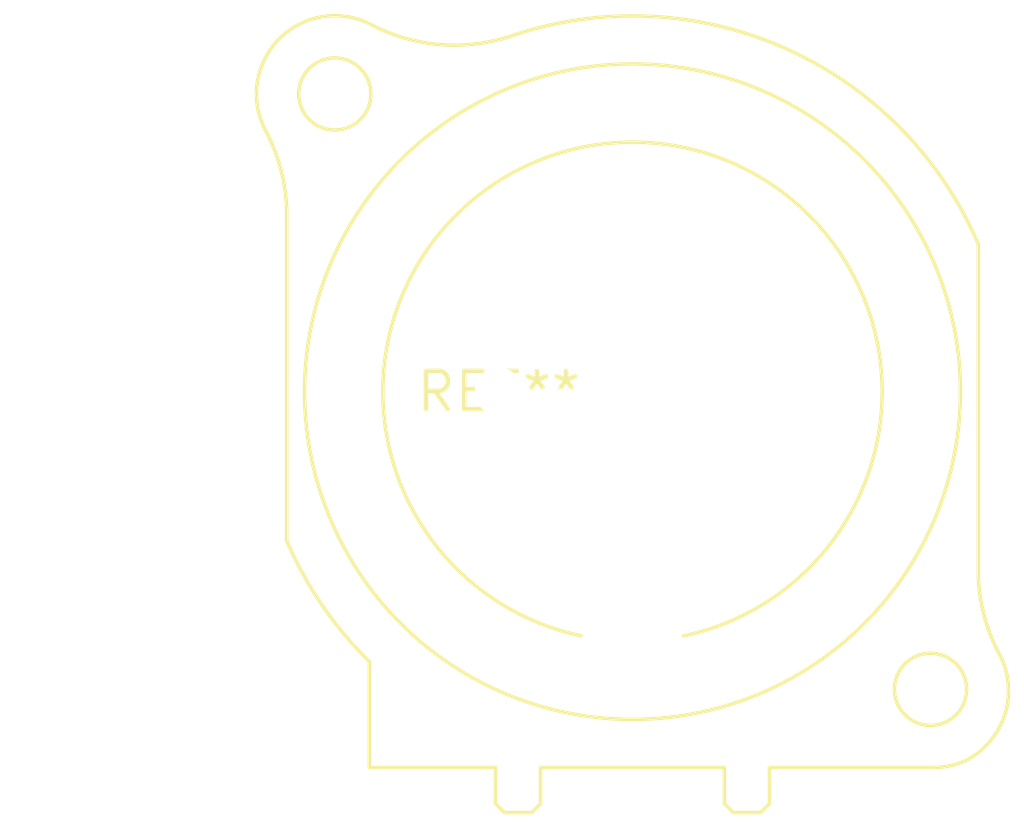
<source format=kicad_pcb>
(kicad_pcb (version 20240108) (generator pcbnew)
  (layers (0 "F.Cu" signal) (31 "B.Cu" signal) (34 "B.Paste" user) (35 "F.Paste" user) (36 "B.SilkS" user "B.Silkscreen") (37 "F.SilkS" user "F.Silkscreen") (38 "B.Mask" user) (39 "F.Mask" user) (44 "Edge.Cuts" user))
  (net 0 "")
  (footprint "Jack_XLR_Neutrik_NC4MAV_Vertical" (layer "F.Cu") (at 0 0)
    (property "Reference" "REF**")
    (property "Value" "Jack_XLR_Neutrik_NC4MAV_Vertical")
    (fp_line (start -7.05 -6.08) (end -7.05 4.95) (layer "F.SilkS") (stroke (width 0.12)))
    (fp_line (start -4.3 12.5) (end -4.3 8.98) (layer "F.SilkS") (stroke (width 0.12)))
    (fp_line (start -0.11 12.5) (end -4.3 12.5) (layer "F.SilkS") (stroke (width 0.12)))
    (fp_line (start -0.11 12.5) (end -0.11 13.7) (layer "F.SilkS") (stroke (width 0.12)))
    (fp_line (start -0.11 13.7) (end 0.19 14) (layer "F.SilkS") (stroke (width 0.12)))
    (fp_line (start 1.09 14) (end 0.19 14) (layer "F.SilkS") (stroke (width 0.12)))
    (fp_line (start 1.39 12.5) (end 1.39 13.7) (layer "F.SilkS") (stroke (width 0.12)))
    (fp_line (start 1.39 13.7) (end 1.09 14) (layer "F.SilkS") (stroke (width 0.12)))
    (fp_line (start 7.5 12.5) (end 1.39 12.5) (layer "F.SilkS") (stroke (width 0.12)))
    (fp_line (start 7.5 12.5) (end 7.5 13.7) (layer "F.SilkS") (stroke (width 0.12)))
    (fp_line (start 7.5 13.7) (end 7.8 14) (layer "F.SilkS") (stroke (width 0.12)))
    (fp_line (start 7.8 14) (end 8.7 14) (layer "F.SilkS") (stroke (width 0.12)))
    (fp_line (start 9 12.5) (end 9 13.7) (layer "F.SilkS") (stroke (width 0.12)))
    (fp_line (start 9 13.7) (end 8.7 14) (layer "F.SilkS") (stroke (width 0.12)))
    (fp_line (start 14.45 12.5) (end 9 12.5) (layer "F.SilkS") (stroke (width 0.12)))
    (fp_line (start 15.94 6.18) (end 15.94 -4.9) (layer "F.SilkS") (stroke (width 0.12)))
    (fp_arc (start -7.729201 -8.641635) (mid -7.2465 -7.39876) (end -7.05 -6.08) (layer "F.SilkS") (stroke (width 0.12)))
    (fp_arc (start -7.725637 -8.636048) (mid -7.316154 -11.714819) (end -4.25 -12.21) (layer "F.SilkS") (stroke (width 0.12)))
    (fp_arc (start -4.299846 8.975956) (mid -5.873184 7.098411) (end -7.05 4.95) (layer "F.SilkS") (stroke (width 0.12)))
    (fp_arc (start 0.433843 -11.835383) (mid -1.946442 -11.543029) (end -4.25 -12.21) (layer "F.SilkS") (stroke (width 0.12)))
    (fp_arc (start 0.441327 -11.837045) (mid 9.549963 -11.405454) (end 15.94 -4.9) (layer "F.SilkS") (stroke (width 0.12)))
    (fp_arc (start 2.735 8.12) (mid 4.451114 -8.2981) (end 6.143033 8.122511) (layer "F.SilkS") (stroke (width 0.12)))
    (fp_arc (start 15.558668 12.251777) (mid 15.018058 12.437185) (end 14.45 12.5) (layer "F.SilkS") (stroke (width 0.12)))
    (fp_arc (start 16.596979 8.653179) (mid 16.135244 7.451985) (end 15.94 6.18) (layer "F.SilkS") (stroke (width 0.12)))
    (fp_arc (start 16.598286 8.654414) (mid 16.841335 10.672303) (end 15.56 12.25) (layer "F.SilkS") (stroke (width 0.12)))
    (fp_circle (center -5.45 -9.9) (end -4.25 -9.9) (layer "F.SilkS") (stroke (width 0.12)) (fill none))
    (fp_circle (center 4.445 0) (end 15.345 0) (layer "F.SilkS") (stroke (width 0.12)) (fill none))
    (fp_circle (center 14.35 9.9) (end 15.55 9.9) (layer "F.SilkS") (stroke (width 0.12)) (fill none))
    (pad "1" thru_hole circle (at 0 0) (size 3.4 3.4) (drill 1.6) (layers *.Cu *.Mask) (remove_unused_layers))
    (pad "2" thru_hole circle (at 2.54 3.81) (size 3.4 3.4) (drill 1.6) (layers *.Cu *.Mask) (remove_unused_layers))
    (pad "3" thru_hole circle (at 6.35 3.175) (size 3.4 3.4) (drill 1.6) (layers *.Cu *.Mask) (remove_unused_layers))
    (pad "4" thru_hole circle (at 8.89 -0.635) (size 3.4 3.4) (drill 1.6) (layers *.Cu *.Mask) (remove_unused_layers))
    (pad "G" thru_hole circle (at 4.445 8.225) (size 2.9 2.9) (drill 1.2) (layers *.Cu *.Mask) (remove_unused_layers))
  )
)
</source>
